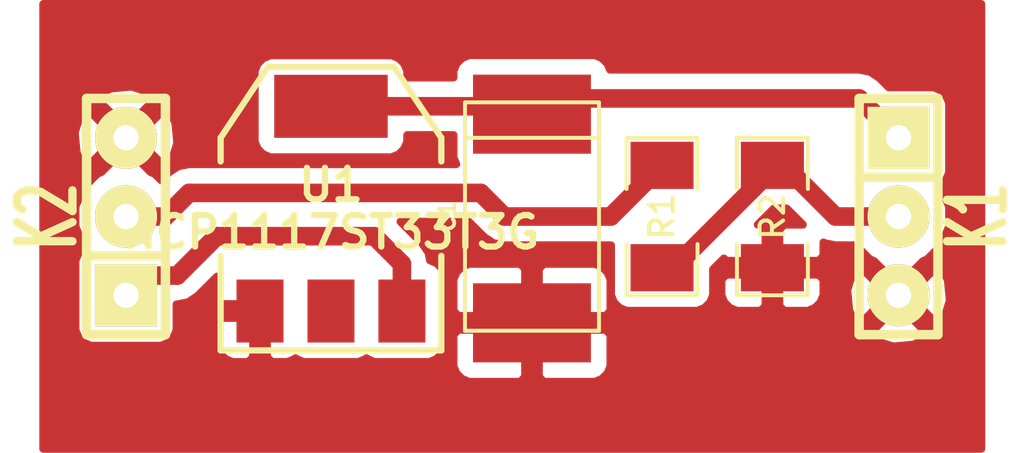
<source format=kicad_pcb>
(kicad_pcb (version 3) (host pcbnew "(2013-may-18)-stable")

  (general
    (links 11)
    (no_connects 1)
    (area 156.43225 106.045 189.00775 120.650001)
    (thickness 1.6)
    (drawings 0)
    (tracks 24)
    (zones 0)
    (modules 6)
    (nets 6)
  )

  (page A4)
  (layers
    (15 F.Cu signal)
    (0 B.Cu signal)
    (16 B.Adhes user)
    (17 F.Adhes user)
    (18 B.Paste user)
    (19 F.Paste user)
    (20 B.SilkS user)
    (21 F.SilkS user)
    (22 B.Mask user)
    (23 F.Mask user)
    (24 Dwgs.User user)
    (25 Cmts.User user)
    (26 Eco1.User user)
    (27 Eco2.User user)
    (28 Edge.Cuts user)
  )

  (setup
    (last_trace_width 0.6)
    (user_trace_width 0.4)
    (user_trace_width 0.6)
    (user_trace_width 0.8)
    (user_trace_width 1)
    (trace_clearance 0.254)
    (zone_clearance 0.5)
    (zone_45_only yes)
    (trace_min 0.254)
    (segment_width 0.2)
    (edge_width 0.15)
    (via_size 0.889)
    (via_drill 0.635)
    (via_min_size 0.889)
    (via_min_drill 0.508)
    (uvia_size 0.508)
    (uvia_drill 0.127)
    (uvias_allowed no)
    (uvia_min_size 0.508)
    (uvia_min_drill 0.127)
    (pcb_text_width 0.3)
    (pcb_text_size 1 1)
    (mod_edge_width 0.15)
    (mod_text_size 1 1)
    (mod_text_width 0.15)
    (pad_size 3.6576 2.032)
    (pad_drill 0)
    (pad_to_mask_clearance 0)
    (aux_axis_origin 0 0)
    (visible_elements FFFFFFAF)
    (pcbplotparams
      (layerselection 32768)
      (usegerberextensions false)
      (excludeedgelayer true)
      (linewidth 0.150000)
      (plotframeref false)
      (viasonmask false)
      (mode 1)
      (useauxorigin false)
      (hpglpennumber 1)
      (hpglpenspeed 20)
      (hpglpendiameter 15)
      (hpglpenoverlay 2)
      (psnegative false)
      (psa4output false)
      (plotreference true)
      (plotvalue true)
      (plotothertext true)
      (plotinvisibletext false)
      (padsonsilk false)
      (subtractmaskfromsilk false)
      (outputformat 2)
      (mirror false)
      (drillshape 1)
      (scaleselection 1)
      (outputdirectory ""))
  )

  (net 0 "")
  (net 1 3V3)
  (net 2 5V)
  (net 3 GND)
  (net 4 RX_wifi)
  (net 5 TX_uC)

  (net_class Default "This is the default net class."
    (clearance 0.254)
    (trace_width 0.254)
    (via_dia 0.889)
    (via_drill 0.635)
    (uvia_dia 0.508)
    (uvia_drill 0.127)
    (add_net "")
    (add_net 3V3)
    (add_net 5V)
    (add_net GND)
    (add_net RX_wifi)
    (add_net TX_uC)
  )

  (module SOT223 (layer F.Cu) (tedit 544A752B) (tstamp 544A51A1)
    (at 166.878 112.776)
    (descr "module CMS SOT223 4 pins")
    (tags "CMS SOT")
    (path /544A3754)
    (attr smd)
    (fp_text reference U1 (at 0 -0.762) (layer F.SilkS)
      (effects (font (size 1.016 1.016) (thickness 0.2032)))
    )
    (fp_text value NCP1117ST33T3G (at 0 0.762) (layer F.SilkS)
      (effects (font (size 1.016 1.016) (thickness 0.2032)))
    )
    (fp_line (start -3.556 1.524) (end -3.556 4.572) (layer F.SilkS) (width 0.2032))
    (fp_line (start -3.556 4.572) (end 3.556 4.572) (layer F.SilkS) (width 0.2032))
    (fp_line (start 3.556 4.572) (end 3.556 1.524) (layer F.SilkS) (width 0.2032))
    (fp_line (start -3.556 -1.524) (end -3.556 -2.286) (layer F.SilkS) (width 0.2032))
    (fp_line (start -3.556 -2.286) (end -2.032 -4.572) (layer F.SilkS) (width 0.2032))
    (fp_line (start -2.032 -4.572) (end 2.032 -4.572) (layer F.SilkS) (width 0.2032))
    (fp_line (start 2.032 -4.572) (end 3.556 -2.286) (layer F.SilkS) (width 0.2032))
    (fp_line (start 3.556 -2.286) (end 3.556 -1.524) (layer F.SilkS) (width 0.2032))
    (pad 4 smd rect (at 0 -3.302) (size 3.6576 2.032)
      (layers F.Cu F.Paste F.Mask)
      (net 1 3V3)
    )
    (pad 2 smd rect (at 0 3.302) (size 1.516 2.032)
      (layers F.Cu F.Paste F.Mask)
      (net 1 3V3)
    )
    (pad 3 smd rect (at 2.286 3.302) (size 1.516 2.032)
      (layers F.Cu F.Paste F.Mask)
      (net 2 5V)
    )
    (pad 1 smd rect (at -2.286 3.302) (size 1.516 2.032)
      (layers F.Cu F.Paste F.Mask)
      (net 3 GND)
    )
    (model smd/SOT223.wrl
      (at (xyz 0 0 0))
      (scale (xyz 0.4 0.4 0.4))
      (rotate (xyz 0 0 0))
    )
  )

  (module c_tant_D (layer F.Cu) (tedit 544A7424) (tstamp 544A51B0)
    (at 173.355 113.03 90)
    (descr "SMT capacitor, tantalum size D")
    (path /544A37A3)
    (fp_text reference C1 (at 0 -2.7305 90) (layer F.SilkS)
      (effects (font (size 0.50038 0.50038) (thickness 0.11938)))
    )
    (fp_text value 10u (at 0 2.7305 90) (layer F.SilkS) hide
      (effects (font (size 0.50038 0.50038) (thickness 0.11938)))
    )
    (fp_line (start 2.54 -2.159) (end 2.54 2.159) (layer F.SilkS) (width 0.127))
    (fp_line (start -3.683 -2.159) (end -3.683 2.159) (layer F.SilkS) (width 0.127))
    (fp_line (start -3.683 2.159) (end 3.683 2.159) (layer F.SilkS) (width 0.127))
    (fp_line (start 3.683 2.159) (end 3.683 -2.159) (layer F.SilkS) (width 0.127))
    (fp_line (start 3.683 -2.159) (end -3.683 -2.159) (layer F.SilkS) (width 0.127))
    (pad 1 smd rect (at 3.302 0 90) (size 2.55016 3.79984)
      (layers F.Cu F.Paste F.Mask)
      (net 1 3V3)
    )
    (pad 2 smd rect (at -3.429 0 90) (size 2.55016 3.79984)
      (layers F.Cu F.Paste F.Mask)
      (net 3 GND)
    )
    (model smd/capacitors/c_tant_D.wrl
      (at (xyz 0 0 0))
      (scale (xyz 1 1 1))
      (rotate (xyz 0 0 0))
    )
  )

  (module SM1206 (layer F.Cu) (tedit 42806E24) (tstamp 544A51BC)
    (at 177.546 113.03 270)
    (path /544A3890)
    (attr smd)
    (fp_text reference R1 (at 0 0 270) (layer F.SilkS)
      (effects (font (size 0.762 0.762) (thickness 0.127)))
    )
    (fp_text value R (at 0 0 270) (layer F.SilkS) hide
      (effects (font (size 0.762 0.762) (thickness 0.127)))
    )
    (fp_line (start -2.54 -1.143) (end -2.54 1.143) (layer F.SilkS) (width 0.127))
    (fp_line (start -2.54 1.143) (end -0.889 1.143) (layer F.SilkS) (width 0.127))
    (fp_line (start 0.889 -1.143) (end 2.54 -1.143) (layer F.SilkS) (width 0.127))
    (fp_line (start 2.54 -1.143) (end 2.54 1.143) (layer F.SilkS) (width 0.127))
    (fp_line (start 2.54 1.143) (end 0.889 1.143) (layer F.SilkS) (width 0.127))
    (fp_line (start -0.889 -1.143) (end -2.54 -1.143) (layer F.SilkS) (width 0.127))
    (pad 1 smd rect (at -1.651 0 270) (size 1.524 2.032)
      (layers F.Cu F.Paste F.Mask)
      (net 5 TX_uC)
    )
    (pad 2 smd rect (at 1.651 0 270) (size 1.524 2.032)
      (layers F.Cu F.Paste F.Mask)
      (net 4 RX_wifi)
    )
    (model smd/chip_cms.wrl
      (at (xyz 0 0 0))
      (scale (xyz 0.17 0.16 0.16))
      (rotate (xyz 0 0 0))
    )
  )

  (module SM1206 (layer F.Cu) (tedit 42806E24) (tstamp 544A51C8)
    (at 181.102 113.03 270)
    (path /544A389F)
    (attr smd)
    (fp_text reference R2 (at 0 0 270) (layer F.SilkS)
      (effects (font (size 0.762 0.762) (thickness 0.127)))
    )
    (fp_text value 1k (at 0 0 270) (layer F.SilkS) hide
      (effects (font (size 0.762 0.762) (thickness 0.127)))
    )
    (fp_line (start -2.54 -1.143) (end -2.54 1.143) (layer F.SilkS) (width 0.127))
    (fp_line (start -2.54 1.143) (end -0.889 1.143) (layer F.SilkS) (width 0.127))
    (fp_line (start 0.889 -1.143) (end 2.54 -1.143) (layer F.SilkS) (width 0.127))
    (fp_line (start 2.54 -1.143) (end 2.54 1.143) (layer F.SilkS) (width 0.127))
    (fp_line (start 2.54 1.143) (end 0.889 1.143) (layer F.SilkS) (width 0.127))
    (fp_line (start -0.889 -1.143) (end -2.54 -1.143) (layer F.SilkS) (width 0.127))
    (pad 1 smd rect (at -1.651 0 270) (size 1.524 2.032)
      (layers F.Cu F.Paste F.Mask)
      (net 4 RX_wifi)
    )
    (pad 2 smd rect (at 1.651 0 270) (size 1.524 2.032)
      (layers F.Cu F.Paste F.Mask)
      (net 3 GND)
    )
    (model smd/chip_cms.wrl
      (at (xyz 0 0 0))
      (scale (xyz 0.17 0.16 0.16))
      (rotate (xyz 0 0 0))
    )
  )

  (module SIL-3 (layer F.Cu) (tedit 544A51D8) (tstamp 544A51D4)
    (at 160.274 113.03 90)
    (descr "Connecteur 3 pins")
    (tags "CONN DEV")
    (path /544A37F2)
    (fp_text reference K2 (at 0 -2.54 90) (layer F.SilkS)
      (effects (font (size 1.7907 1.07696) (thickness 0.3048)))
    )
    (fp_text value INPUT (at 0 -2.54 90) (layer F.SilkS) hide
      (effects (font (size 1.524 1.016) (thickness 0.3048)))
    )
    (fp_line (start -3.81 1.27) (end -3.81 -1.27) (layer F.SilkS) (width 0.3048))
    (fp_line (start -3.81 -1.27) (end 3.81 -1.27) (layer F.SilkS) (width 0.3048))
    (fp_line (start 3.81 -1.27) (end 3.81 1.27) (layer F.SilkS) (width 0.3048))
    (fp_line (start 3.81 1.27) (end -3.81 1.27) (layer F.SilkS) (width 0.3048))
    (fp_line (start -1.27 -1.27) (end -1.27 1.27) (layer F.SilkS) (width 0.3048))
    (pad 1 thru_hole rect (at -2.54 0 90) (size 2 2) (drill 0.8128)
      (layers *.Cu *.Mask F.SilkS)
      (net 2 5V)
    )
    (pad 2 thru_hole circle (at 0 0 90) (size 2 2) (drill 0.8128)
      (layers *.Cu *.Mask F.SilkS)
      (net 5 TX_uC)
    )
    (pad 3 thru_hole circle (at 2.54 0 90) (size 2 2) (drill 0.8128)
      (layers *.Cu *.Mask F.SilkS)
      (net 3 GND)
    )
  )

  (module SIL-3 (layer F.Cu) (tedit 200000) (tstamp 544A51E0)
    (at 185.166 113.03 270)
    (descr "Connecteur 3 pins")
    (tags "CONN DEV")
    (path /544A383B)
    (fp_text reference K1 (at 0 -2.54 270) (layer F.SilkS)
      (effects (font (size 1.7907 1.07696) (thickness 0.3048)))
    )
    (fp_text value OUTPUT (at 0 -2.54 270) (layer F.SilkS) hide
      (effects (font (size 1.524 1.016) (thickness 0.3048)))
    )
    (fp_line (start -3.81 1.27) (end -3.81 -1.27) (layer F.SilkS) (width 0.3048))
    (fp_line (start -3.81 -1.27) (end 3.81 -1.27) (layer F.SilkS) (width 0.3048))
    (fp_line (start 3.81 -1.27) (end 3.81 1.27) (layer F.SilkS) (width 0.3048))
    (fp_line (start 3.81 1.27) (end -3.81 1.27) (layer F.SilkS) (width 0.3048))
    (fp_line (start -1.27 -1.27) (end -1.27 1.27) (layer F.SilkS) (width 0.3048))
    (pad 1 thru_hole rect (at -2.54 0 270) (size 2 2) (drill 0.8128)
      (layers *.Cu *.Mask F.SilkS)
      (net 1 3V3)
    )
    (pad 2 thru_hole circle (at 0 0 270) (size 2 2) (drill 0.8128)
      (layers *.Cu *.Mask F.SilkS)
      (net 4 RX_wifi)
    )
    (pad 3 thru_hole circle (at 2.54 0 270) (size 2 2) (drill 0.8128)
      (layers *.Cu *.Mask F.SilkS)
      (net 3 GND)
    )
  )

  (segment (start 173.355 109.728) (end 174.117 109.728) (width 0.6) (layer F.Cu) (net 1) (status C00000))
  (segment (start 183.896 109.22) (end 185.166 110.49) (width 0.6) (layer F.Cu) (net 1) (tstamp 544A75D6) (status 800000))
  (segment (start 174.625 109.22) (end 183.896 109.22) (width 0.6) (layer F.Cu) (net 1) (tstamp 544A75D5))
  (segment (start 174.117 109.728) (end 174.625 109.22) (width 0.6) (layer F.Cu) (net 1) (tstamp 544A75D3))
  (segment (start 166.878 109.474) (end 173.101 109.474) (width 0.6) (layer F.Cu) (net 1))
  (segment (start 173.101 109.474) (end 173.355 109.728) (width 0.6) (layer F.Cu) (net 1) (tstamp 544A75A8))
  (segment (start 169.164 116.078) (end 169.164 114.554) (width 0.6) (layer F.Cu) (net 2))
  (segment (start 160.909 114.935) (end 160.274 115.57) (width 0.6) (layer F.Cu) (net 2) (tstamp 544A75C2))
  (segment (start 161.925 114.935) (end 160.909 114.935) (width 0.6) (layer F.Cu) (net 2) (tstamp 544A75C1))
  (segment (start 163.195 113.665) (end 161.925 114.935) (width 0.6) (layer F.Cu) (net 2) (tstamp 544A75C0))
  (segment (start 168.275 113.665) (end 163.195 113.665) (width 0.6) (layer F.Cu) (net 2) (tstamp 544A75BF))
  (segment (start 169.164 114.554) (end 168.275 113.665) (width 0.6) (layer F.Cu) (net 2) (tstamp 544A75BE))
  (segment (start 181.102 111.379) (end 181.483 111.379) (width 0.6) (layer F.Cu) (net 4))
  (segment (start 183.134 113.03) (end 185.166 113.03) (width 0.6) (layer F.Cu) (net 4) (tstamp 544A69C1))
  (segment (start 181.483 111.379) (end 183.134 113.03) (width 0.6) (layer F.Cu) (net 4) (tstamp 544A69C0))
  (segment (start 177.546 114.681) (end 177.927 114.681) (width 0.6) (layer F.Cu) (net 4))
  (segment (start 181.102 111.506) (end 181.102 111.379) (width 0.6) (layer F.Cu) (net 4) (tstamp 544A53C9))
  (segment (start 177.927 114.681) (end 181.102 111.506) (width 0.6) (layer F.Cu) (net 4) (tstamp 544A53C8))
  (segment (start 160.274 113.03) (end 161.544 113.03) (width 0.6) (layer F.Cu) (net 5))
  (segment (start 175.895 113.03) (end 177.546 111.379) (width 0.6) (layer F.Cu) (net 5) (tstamp 544A699B))
  (segment (start 172.466 113.03) (end 175.895 113.03) (width 0.6) (layer F.Cu) (net 5) (tstamp 544A699A))
  (segment (start 171.704 112.268) (end 172.466 113.03) (width 0.6) (layer F.Cu) (net 5) (tstamp 544A6999))
  (segment (start 162.306 112.268) (end 171.704 112.268) (width 0.6) (layer F.Cu) (net 5) (tstamp 544A6998))
  (segment (start 161.544 113.03) (end 162.306 112.268) (width 0.6) (layer F.Cu) (net 5) (tstamp 544A6997))

  (zone (net 3) (net_name GND) (layer F.Cu) (tstamp 544A53D5) (hatch edge 0.508)
    (connect_pads (clearance 0.5))
    (min_thickness 0.254)
    (fill (arc_segments 16) (thermal_gap 0.5) (thermal_bridge_width 0.7))
    (polygon
      (pts
        (xy 157.48 106.045) (xy 157.48 120.65) (xy 187.96 120.65) (xy 187.96 107.95) (xy 187.96 106.045)
      )
    )
    (filled_polygon
      (pts
        (xy 187.833 120.523) (xy 186.816455 120.523) (xy 186.816455 115.736903) (xy 186.793281 115.495149) (xy 186.793281 112.70779)
        (xy 186.546107 112.109583) (xy 186.476686 112.040041) (xy 186.520703 112.021854) (xy 186.697234 111.84563) (xy 186.79289 111.615265)
        (xy 186.793108 111.365829) (xy 186.793108 109.365829) (xy 186.697854 109.135297) (xy 186.52163 108.958766) (xy 186.291265 108.86311)
        (xy 186.041829 108.862892) (xy 184.849868 108.862892) (xy 184.551488 108.564512) (xy 184.250748 108.363564) (xy 183.896 108.293)
        (xy 175.867256 108.293) (xy 175.786774 108.098217) (xy 175.61055 107.921686) (xy 175.380185 107.82603) (xy 175.130749 107.825812)
        (xy 171.330909 107.825812) (xy 171.100377 107.921066) (xy 170.923846 108.09729) (xy 170.82819 108.327655) (xy 170.827998 108.547)
        (xy 169.333908 108.547) (xy 169.333908 108.333829) (xy 169.238654 108.103297) (xy 169.06243 107.926766) (xy 168.832065 107.83111)
        (xy 168.582629 107.830892) (xy 164.925029 107.830892) (xy 164.694497 107.926146) (xy 164.517966 108.10237) (xy 164.42231 108.332735)
        (xy 164.422092 108.582171) (xy 164.422092 110.614171) (xy 164.517346 110.844703) (xy 164.69357 111.021234) (xy 164.923935 111.11689)
        (xy 165.173371 111.117108) (xy 168.830971 111.117108) (xy 169.061503 111.021854) (xy 169.238034 110.84563) (xy 169.33369 110.615265)
        (xy 169.333877 110.401) (xy 170.827972 110.401) (xy 170.827972 111.127251) (xy 170.916291 111.341) (xy 162.306 111.341)
        (xy 162.305999 111.341) (xy 161.951252 111.411564) (xy 161.924455 111.429469) (xy 161.924455 110.656903) (xy 161.862693 110.012596)
        (xy 161.734951 109.7042) (xy 161.482076 109.597293) (xy 161.166707 109.912662) (xy 161.166707 109.281924) (xy 161.0598 109.029049)
        (xy 160.440903 108.839545) (xy 159.796596 108.901307) (xy 159.4882 109.029049) (xy 159.381293 109.281924) (xy 160.274 110.17463)
        (xy 161.166707 109.281924) (xy 161.166707 109.912662) (xy 160.58937 110.49) (xy 161.482076 111.382707) (xy 161.734951 111.2758)
        (xy 161.924455 110.656903) (xy 161.924455 111.429469) (xy 161.650512 111.612512) (xy 161.650511 111.612512) (xy 161.650511 111.612513)
        (xy 161.403992 111.859031) (xy 161.196824 111.651501) (xy 161.065673 111.597042) (xy 160.274 110.80537) (xy 159.95863 111.120739)
        (xy 159.95863 110.49) (xy 159.065924 109.597293) (xy 158.813049 109.7042) (xy 158.623545 110.323097) (xy 158.685307 110.967404)
        (xy 158.813049 111.2758) (xy 159.065924 111.382707) (xy 159.95863 110.49) (xy 159.95863 111.120739) (xy 159.482914 111.596454)
        (xy 159.353583 111.649893) (xy 158.895501 112.107176) (xy 158.647284 112.70495) (xy 158.646719 113.35221) (xy 158.893893 113.950417)
        (xy 158.963313 114.019958) (xy 158.919297 114.038146) (xy 158.742766 114.21437) (xy 158.64711 114.444735) (xy 158.646892 114.694171)
        (xy 158.646892 116.694171) (xy 158.742146 116.924703) (xy 158.91837 117.101234) (xy 159.148735 117.19689) (xy 159.398171 117.197108)
        (xy 161.398171 117.197108) (xy 161.628703 117.101854) (xy 161.805234 116.92563) (xy 161.90089 116.695265) (xy 161.901108 116.445829)
        (xy 161.901108 115.862) (xy 161.925 115.862) (xy 162.279747 115.791436) (xy 162.279748 115.791436) (xy 162.580488 115.590488)
        (xy 163.207086 114.963889) (xy 163.206892 115.186171) (xy 163.207 115.69825) (xy 163.36375 115.855) (xy 164.369 115.855)
        (xy 164.369 115.835) (xy 164.815 115.835) (xy 164.815 115.855) (xy 164.835 115.855) (xy 164.835 116.301)
        (xy 164.815 116.301) (xy 164.815 117.56425) (xy 164.97175 117.721) (xy 165.474171 117.721108) (xy 165.704703 117.625854)
        (xy 165.734898 117.595711) (xy 165.76437 117.625234) (xy 165.994735 117.72089) (xy 166.244171 117.721108) (xy 167.760171 117.721108)
        (xy 167.990703 117.625854) (xy 168.020898 117.595711) (xy 168.05037 117.625234) (xy 168.280735 117.72089) (xy 168.530171 117.721108)
        (xy 170.046171 117.721108) (xy 170.276703 117.625854) (xy 170.453234 117.44963) (xy 170.54889 117.219265) (xy 170.549108 116.969829)
        (xy 170.549108 114.937829) (xy 170.453854 114.707297) (xy 170.27763 114.530766) (xy 170.069159 114.444201) (xy 170.020436 114.199252)
        (xy 169.819488 113.898512) (xy 169.819487 113.898511) (xy 169.115976 113.195) (xy 171.320024 113.195) (xy 171.810511 113.685487)
        (xy 171.810512 113.685488) (xy 172.111252 113.886436) (xy 172.465999 113.957) (xy 172.465999 113.956999) (xy 172.466 113.957)
        (xy 175.895 113.957) (xy 175.902968 113.955414) (xy 175.902892 114.043171) (xy 175.902892 115.567171) (xy 175.998146 115.797703)
        (xy 176.17437 115.974234) (xy 176.404735 116.06989) (xy 176.654171 116.070108) (xy 178.686171 116.070108) (xy 178.916703 115.974854)
        (xy 179.093234 115.79863) (xy 179.18889 115.568265) (xy 179.189108 115.318829) (xy 179.189108 114.729868) (xy 179.538363 114.380613)
        (xy 179.61575 114.458) (xy 180.879 114.458) (xy 180.879 113.44875) (xy 180.72225 113.292) (xy 180.626996 113.291979)
        (xy 181.150868 112.768108) (xy 181.561132 112.768108) (xy 182.084995 113.291971) (xy 181.993829 113.291892) (xy 181.48175 113.292)
        (xy 181.325 113.44875) (xy 181.325 114.458) (xy 182.58825 114.458) (xy 182.745 114.30125) (xy 182.745093 113.863611)
        (xy 182.779252 113.886436) (xy 182.779253 113.886436) (xy 183.134 113.957) (xy 183.792464 113.957) (xy 184.243176 114.408499)
        (xy 184.374326 114.462957) (xy 185.166 115.25463) (xy 185.957085 114.463545) (xy 186.086417 114.410107) (xy 186.544499 113.952824)
        (xy 186.792716 113.35505) (xy 186.793281 112.70779) (xy 186.793281 115.495149) (xy 186.754693 115.092596) (xy 186.626951 114.7842)
        (xy 186.374076 114.677293) (xy 185.48137 115.57) (xy 186.374076 116.462707) (xy 186.626951 116.3558) (xy 186.816455 115.736903)
        (xy 186.816455 120.523) (xy 186.058707 120.523) (xy 186.058707 116.778076) (xy 185.166 115.88537) (xy 184.85063 116.200739)
        (xy 184.85063 115.57) (xy 183.957924 114.677293) (xy 183.705049 114.7842) (xy 183.515545 115.403097) (xy 183.577307 116.047404)
        (xy 183.705049 116.3558) (xy 183.957924 116.462707) (xy 184.85063 115.57) (xy 184.85063 116.200739) (xy 184.273293 116.778076)
        (xy 184.3802 117.030951) (xy 184.999097 117.220455) (xy 185.643404 117.158693) (xy 185.9518 117.030951) (xy 186.058707 116.778076)
        (xy 186.058707 120.523) (xy 182.745108 120.523) (xy 182.745108 115.567171) (xy 182.745 115.06075) (xy 182.58825 114.904)
        (xy 181.325 114.904) (xy 181.325 115.91325) (xy 181.48175 116.07) (xy 181.993829 116.070108) (xy 182.243265 116.06989)
        (xy 182.47363 115.974234) (xy 182.649854 115.797703) (xy 182.745108 115.567171) (xy 182.745108 120.523) (xy 180.879 120.523)
        (xy 180.879 115.91325) (xy 180.879 114.904) (xy 179.61575 114.904) (xy 179.459 115.06075) (xy 179.458892 115.567171)
        (xy 179.554146 115.797703) (xy 179.73037 115.974234) (xy 179.960735 116.06989) (xy 180.210171 116.070108) (xy 180.72225 116.07)
        (xy 180.879 115.91325) (xy 180.879 120.523) (xy 175.882028 120.523) (xy 175.882028 117.858251) (xy 175.882028 115.059749)
        (xy 175.786774 114.829217) (xy 175.61055 114.652686) (xy 175.380185 114.55703) (xy 175.130749 114.556812) (xy 173.73475 114.55692)
        (xy 173.578 114.71367) (xy 173.578 116.236) (xy 175.72517 116.236) (xy 175.88192 116.07925) (xy 175.882028 115.059749)
        (xy 175.882028 117.858251) (xy 175.88192 116.83875) (xy 175.72517 116.682) (xy 173.578 116.682) (xy 173.578 118.20433)
        (xy 173.73475 118.36108) (xy 175.130749 118.361188) (xy 175.380185 118.36097) (xy 175.61055 118.265314) (xy 175.786774 118.088783)
        (xy 175.882028 117.858251) (xy 175.882028 120.523) (xy 173.132 120.523) (xy 173.132 118.20433) (xy 173.132 116.682)
        (xy 173.132 116.236) (xy 173.132 114.71367) (xy 172.97525 114.55692) (xy 171.579251 114.556812) (xy 171.329815 114.55703)
        (xy 171.09945 114.652686) (xy 170.923226 114.829217) (xy 170.827972 115.059749) (xy 170.82808 116.07925) (xy 170.98483 116.236)
        (xy 173.132 116.236) (xy 173.132 116.682) (xy 170.98483 116.682) (xy 170.82808 116.83875) (xy 170.827972 117.858251)
        (xy 170.923226 118.088783) (xy 171.09945 118.265314) (xy 171.329815 118.36097) (xy 171.579251 118.361188) (xy 172.97525 118.36108)
        (xy 173.132 118.20433) (xy 173.132 120.523) (xy 164.369 120.523) (xy 164.369 117.56425) (xy 164.369 116.301)
        (xy 163.36375 116.301) (xy 163.207 116.45775) (xy 163.206892 116.969829) (xy 163.20711 117.219265) (xy 163.302766 117.44963)
        (xy 163.479297 117.625854) (xy 163.709829 117.721108) (xy 164.21225 117.721) (xy 164.369 117.56425) (xy 164.369 120.523)
        (xy 157.607 120.523) (xy 157.607 106.172) (xy 187.833 106.172) (xy 187.833 107.95) (xy 187.833 120.523)
      )
    )
  )
)

</source>
